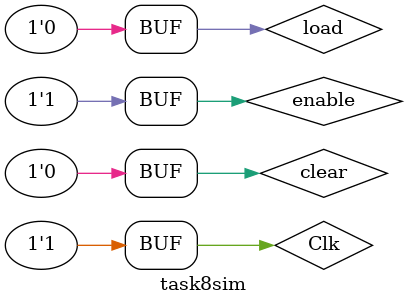
<source format=v>
`timescale 1ns / 1ps


module task8sim(
    );
    reg Clk ;
	reg enable;
    reg clear;
    reg  load;
	wire [3:0] Q;
	
	
	
 
    task8 DUT (.Clk(Clk), .enable(enable), .clear(clear), .load(load), .Q(Q));   
    

    initial begin
        #0 Clk =0;  enable=0; clear=0; load=0;  //0 
        #5 Clk =1;  enable=0; clear=0; load=0;  //5
        #5 Clk =0;  enable=0; clear=0; load=0;   //10
        #5 Clk =1;  enable=0; clear=0; load=0;  //15
        #5 Clk =0;  enable=1; clear=0; load=0;  //20
        #5 Clk =1;  enable=1; clear=0; load=0;  //25
        #5 Clk =0;  enable=1; clear=0; load=0;  //30
        #5 Clk =1;  enable=1; clear=0; load=0;  //35
        #5 Clk =0;  enable=1; clear=1; load=0;  //40
        #5 Clk =1;  enable=1; clear=1; load=0;  //45 
        #5 Clk =0;  enable=1; clear=1; load=0;  //50
        #5 Clk =1;  enable=1; clear=1; load=0;  //55
        #5 Clk =0;  enable=1; clear=0; load=0;  //60
        #5 Clk =1;  enable=1; clear=0; load=0;  //65
        #5 Clk =0;  enable=1; clear=0; load=0;  //70
        #5 Clk =1;  enable=1; clear=0; load=0;  //75
        #5 Clk =0;  enable=1; clear=0; load=1;  //80
        #5 Clk =1;  enable=1; clear=0; load=1;  //85
        #5 Clk =0;  enable=1; clear=0; load=0;  //90
        #5 Clk =1;  enable=1; clear=0; load=0;  //95
        #5 Clk =0;  enable=1; clear=0; load=0;  //100
        #5 Clk =1;  enable=1; clear=0; load=0;  //105
        #5 Clk =0;  enable=1; clear=0; load=0;  //110
        #5 Clk =1;  enable=1; clear=0; load=0;  //115
        #5 Clk =0;  enable=1; clear=0; load=0;  //120
        #5 Clk =1;  enable=1; clear=0; load=0;  //125
        #5 Clk =0;  enable=1; clear=0; load=0;  //130
        #5 Clk =1;  enable=1; clear=0; load=0;  //135
        #5 Clk =0;  enable=1; clear=0; load=0;  //140
        #5 Clk =1;  enable=1; clear=0; load=0;  //145
        #5 Clk =0;  enable=1; clear=0; load=0;  //150
        #5 Clk =1;  enable=1; clear=0; load=0;  //155
        #5 Clk =0;  enable=1; clear=0; load=0;  //160
        #5 Clk =1;  enable=0; clear=0; load=0;  //165
        #5 Clk =0;  enable=0; clear=0; load=0;  //170
        #5 Clk =1;  enable=0; clear=0; load=0;  //175
        #5 Clk =0;  enable=0; clear=0; load=0;  //180
        #5 Clk =1;  enable=0; clear=0; load=0;  //185
        #5 Clk =0;  enable=0; clear=0; load=0;  //190
        #5 Clk =1;  enable=0; clear=0; load=0;  //195
        #5 Clk =0;  enable=0; clear=0; load=0;  //200
        #5 Clk =1;  enable=0; clear=0; load=0;  //205
        #5 Clk =0;  enable=1; clear=0; load=0;  //210
        #5 Clk =1;  enable=1; clear=0; load=0;  //215
        #5 Clk =0;  enable=1; clear=0; load=0;  //220
        #5 Clk =1;  enable=1; clear=0; load=0;  //225
        #5 Clk =0;  enable=1; clear=0; load=0;  //230
        #5 Clk =1;  enable=1; clear=0; load=0;  //235
        #5 Clk =0;  enable=1; clear=0; load=0;  //240
        #5 Clk =1;  enable=1; clear=0; load=0;  //245
        #5 Clk =0;  enable=1; clear=0; load=0;  //250
        #5 Clk =1;  enable=1; clear=0; load=0;  //255
        #5 Clk =0;  enable=1; clear=0; load=0;  //260
        #5 Clk =1;  enable=1; clear=0; load=0;  //265
        #5 Clk =0;  enable=1; clear=0; load=0;  //270
        #5 Clk =1;  enable=1; clear=0; load=0;  //275
        #5 Clk =0;  enable=1; clear=0; load=0;  //280
        #5 Clk =1;  enable=1; clear=0; load=0;  //285
        #5 Clk =0;  enable=1; clear=0; load=0;  //290
        #5 Clk =1;  enable=1; clear=0; load=0;  //295
        #5 Clk =0;  enable=1; clear=0; load=0;  //300
        #5 Clk =1;  enable=1; clear=0; load=0;  //305
        #5 Clk =0;  enable=1; clear=0; load=0;  //310
        #5 Clk =1;  enable=1; clear=0; load=0;  //315
        #5 Clk =0;  enable=1; clear=0; load=0;  //320
        #5 Clk =1;  enable=1; clear=0; load=0;  //325
        #5 Clk =0;  enable=1; clear=0; load=0;  //330
        #5 Clk =1;  enable=1; clear=0; load=0;  //335
        #5 Clk =0;  enable=1; clear=0; load=0;  //340
        #5 Clk =1;  enable=1; clear=0; load=0;  //345
        #5 Clk =0;  enable=1; clear=0; load=0;  //350
        #5 Clk =1;  enable=1; clear=0; load=0;  //355
        #5 Clk =0;  enable=1; clear=0; load=0;  //360
        #5 Clk =1;  enable=1; clear=0; load=0;  //365
        #5 Clk =0;  enable=1; clear=0; load=0;  //370
        #5 Clk =1;  enable=1; clear=0; load=0;  //375
        #5 Clk =0;  enable=1; clear=0; load=0;  //380
        #5 Clk =1;  enable=1; clear=0; load=0;  //385
        #5 Clk =0;  enable=1; clear=0; load=0;  //390
        #5 Clk =1;  enable=1; clear=0; load=0;  //395
    
        
 
        

       
    end
endmodule

</source>
